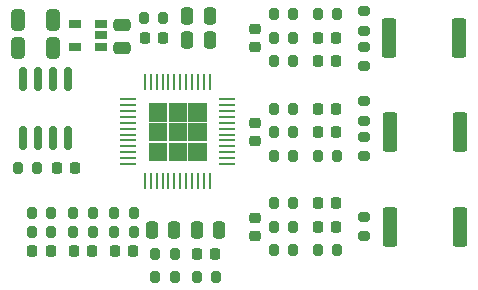
<source format=gbr>
%TF.GenerationSoftware,KiCad,Pcbnew,6.0.5+dfsg-1~bpo11+1*%
%TF.CreationDate,2022-07-20T16:37:16+00:00*%
%TF.ProjectId,xESC2,78455343-322e-46b6-9963-61645f706362,rev?*%
%TF.SameCoordinates,Original*%
%TF.FileFunction,Paste,Bot*%
%TF.FilePolarity,Positive*%
%FSLAX46Y46*%
G04 Gerber Fmt 4.6, Leading zero omitted, Abs format (unit mm)*
G04 Created by KiCad (PCBNEW 6.0.5+dfsg-1~bpo11+1) date 2022-07-20 16:37:16*
%MOMM*%
%LPD*%
G01*
G04 APERTURE LIST*
G04 Aperture macros list*
%AMRoundRect*
0 Rectangle with rounded corners*
0 $1 Rounding radius*
0 $2 $3 $4 $5 $6 $7 $8 $9 X,Y pos of 4 corners*
0 Add a 4 corners polygon primitive as box body*
4,1,4,$2,$3,$4,$5,$6,$7,$8,$9,$2,$3,0*
0 Add four circle primitives for the rounded corners*
1,1,$1+$1,$2,$3*
1,1,$1+$1,$4,$5*
1,1,$1+$1,$6,$7*
1,1,$1+$1,$8,$9*
0 Add four rect primitives between the rounded corners*
20,1,$1+$1,$2,$3,$4,$5,0*
20,1,$1+$1,$4,$5,$6,$7,0*
20,1,$1+$1,$6,$7,$8,$9,0*
20,1,$1+$1,$8,$9,$2,$3,0*%
G04 Aperture macros list end*
%ADD10C,0.100000*%
%ADD11RoundRect,0.200000X0.200000X0.275000X-0.200000X0.275000X-0.200000X-0.275000X0.200000X-0.275000X0*%
%ADD12RoundRect,0.250000X-0.250000X-0.475000X0.250000X-0.475000X0.250000X0.475000X-0.250000X0.475000X0*%
%ADD13RoundRect,0.250000X0.250000X0.475000X-0.250000X0.475000X-0.250000X-0.475000X0.250000X-0.475000X0*%
%ADD14RoundRect,0.225000X-0.225000X-0.250000X0.225000X-0.250000X0.225000X0.250000X-0.225000X0.250000X0*%
%ADD15RoundRect,0.225000X0.225000X0.250000X-0.225000X0.250000X-0.225000X-0.250000X0.225000X-0.250000X0*%
%ADD16RoundRect,0.250000X0.475000X-0.250000X0.475000X0.250000X-0.475000X0.250000X-0.475000X-0.250000X0*%
%ADD17RoundRect,0.249999X0.362501X1.425001X-0.362501X1.425001X-0.362501X-1.425001X0.362501X-1.425001X0*%
%ADD18RoundRect,0.200000X-0.200000X-0.275000X0.200000X-0.275000X0.200000X0.275000X-0.200000X0.275000X0*%
%ADD19RoundRect,0.200000X-0.275000X0.200000X-0.275000X-0.200000X0.275000X-0.200000X0.275000X0.200000X0*%
%ADD20RoundRect,0.249999X0.325001X0.650001X-0.325001X0.650001X-0.325001X-0.650001X0.325001X-0.650001X0*%
%ADD21RoundRect,0.225000X-0.250000X0.225000X-0.250000X-0.225000X0.250000X-0.225000X0.250000X0.225000X0*%
%ADD22RoundRect,0.225000X0.250000X-0.225000X0.250000X0.225000X-0.250000X0.225000X-0.250000X-0.225000X0*%
%ADD23R,0.279400X1.340599*%
%ADD24R,1.340599X0.279400*%
%ADD25RoundRect,0.200000X0.275000X-0.200000X0.275000X0.200000X-0.275000X0.200000X-0.275000X-0.200000X0*%
%ADD26R,1.060000X0.650000*%
%ADD27RoundRect,0.150000X0.150000X-0.825000X0.150000X0.825000X-0.150000X0.825000X-0.150000X-0.825000X0*%
G04 APERTURE END LIST*
%TO.C,U1*%
G36*
X247933967Y-120751900D02*
G01*
X246466033Y-120751900D01*
X246466033Y-119283966D01*
X247933967Y-119283966D01*
X247933967Y-120751900D01*
G37*
D10*
X247933967Y-120751900D02*
X246466033Y-120751900D01*
X246466033Y-119283966D01*
X247933967Y-119283966D01*
X247933967Y-120751900D01*
G36*
X247933967Y-117416034D02*
G01*
X246466033Y-117416034D01*
X246466033Y-115948100D01*
X247933967Y-115948100D01*
X247933967Y-117416034D01*
G37*
X247933967Y-117416034D02*
X246466033Y-117416034D01*
X246466033Y-115948100D01*
X247933967Y-115948100D01*
X247933967Y-117416034D01*
G36*
X249601900Y-119083967D02*
G01*
X248133966Y-119083967D01*
X248133966Y-117616033D01*
X249601900Y-117616033D01*
X249601900Y-119083967D01*
G37*
X249601900Y-119083967D02*
X248133966Y-119083967D01*
X248133966Y-117616033D01*
X249601900Y-117616033D01*
X249601900Y-119083967D01*
G36*
X249601900Y-117416034D02*
G01*
X248133966Y-117416034D01*
X248133966Y-115948100D01*
X249601900Y-115948100D01*
X249601900Y-117416034D01*
G37*
X249601900Y-117416034D02*
X248133966Y-117416034D01*
X248133966Y-115948100D01*
X249601900Y-115948100D01*
X249601900Y-117416034D01*
G36*
X247933967Y-119083967D02*
G01*
X246466033Y-119083967D01*
X246466033Y-117616033D01*
X247933967Y-117616033D01*
X247933967Y-119083967D01*
G37*
X247933967Y-119083967D02*
X246466033Y-119083967D01*
X246466033Y-117616033D01*
X247933967Y-117616033D01*
X247933967Y-119083967D01*
G36*
X246266034Y-120751900D02*
G01*
X244798100Y-120751900D01*
X244798100Y-119283966D01*
X246266034Y-119283966D01*
X246266034Y-120751900D01*
G37*
X246266034Y-120751900D02*
X244798100Y-120751900D01*
X244798100Y-119283966D01*
X246266034Y-119283966D01*
X246266034Y-120751900D01*
G36*
X246266034Y-119083967D02*
G01*
X244798100Y-119083967D01*
X244798100Y-117616033D01*
X246266034Y-117616033D01*
X246266034Y-119083967D01*
G37*
X246266034Y-119083967D02*
X244798100Y-119083967D01*
X244798100Y-117616033D01*
X246266034Y-117616033D01*
X246266034Y-119083967D01*
G36*
X249601900Y-120751900D02*
G01*
X248133966Y-120751900D01*
X248133966Y-119283966D01*
X249601900Y-119283966D01*
X249601900Y-120751900D01*
G37*
X249601900Y-120751900D02*
X248133966Y-120751900D01*
X248133966Y-119283966D01*
X249601900Y-119283966D01*
X249601900Y-120751900D01*
G36*
X246266034Y-117416034D02*
G01*
X244798100Y-117416034D01*
X244798100Y-115948100D01*
X246266034Y-115948100D01*
X246266034Y-117416034D01*
G37*
X246266034Y-117416034D02*
X244798100Y-117416034D01*
X244798100Y-115948100D01*
X246266034Y-115948100D01*
X246266034Y-117416034D01*
%TD*%
D11*
%TO.C,R4*%
X257025000Y-124400000D03*
X255375000Y-124400000D03*
%TD*%
D12*
%TO.C,C4*%
X245050000Y-126700000D03*
X246950000Y-126700000D03*
%TD*%
D13*
%TO.C,C5*%
X250750000Y-126700000D03*
X248850000Y-126700000D03*
%TD*%
D14*
%TO.C,C6*%
X248875000Y-128700000D03*
X250425000Y-128700000D03*
%TD*%
D15*
%TO.C,C15*%
X243475000Y-128450000D03*
X241925000Y-128450000D03*
%TD*%
D14*
%TO.C,C11*%
X244425000Y-110450000D03*
X245975000Y-110450000D03*
%TD*%
D16*
%TO.C,C13*%
X242500000Y-111250000D03*
X242500000Y-109350000D03*
%TD*%
D14*
%TO.C,C25*%
X259125000Y-116400000D03*
X260675000Y-116400000D03*
%TD*%
%TO.C,C26*%
X259125000Y-112400000D03*
X260675000Y-112400000D03*
%TD*%
D11*
%TO.C,R5*%
X257025000Y-118400000D03*
X255375000Y-118400000D03*
%TD*%
%TO.C,R6*%
X257025000Y-120400000D03*
X255375000Y-120400000D03*
%TD*%
D15*
%TO.C,C27*%
X239975000Y-128450000D03*
X238425000Y-128450000D03*
%TD*%
D17*
%TO.C,R7*%
X271100000Y-118400000D03*
X265175000Y-118400000D03*
%TD*%
D15*
%TO.C,C28*%
X236475000Y-128450000D03*
X234925000Y-128450000D03*
%TD*%
D11*
%TO.C,R8*%
X257025000Y-116400000D03*
X255375000Y-116400000D03*
%TD*%
%TO.C,R9*%
X257025000Y-110400000D03*
X255375000Y-110400000D03*
%TD*%
%TO.C,R10*%
X257025000Y-108400000D03*
X255375000Y-108400000D03*
%TD*%
D17*
%TO.C,R11*%
X271062500Y-110400000D03*
X265137500Y-110400000D03*
%TD*%
D18*
%TO.C,R13*%
X245325000Y-128700000D03*
X246975000Y-128700000D03*
%TD*%
%TO.C,R14*%
X248825000Y-130700000D03*
X250475000Y-130700000D03*
%TD*%
%TO.C,R15*%
X245325000Y-130700000D03*
X246975000Y-130700000D03*
%TD*%
%TO.C,R17*%
X241875000Y-125250000D03*
X243525000Y-125250000D03*
%TD*%
D11*
%TO.C,R18*%
X243525000Y-126850000D03*
X241875000Y-126850000D03*
%TD*%
D18*
%TO.C,R19*%
X238375000Y-125250000D03*
X240025000Y-125250000D03*
%TD*%
D11*
%TO.C,R20*%
X240025000Y-126850000D03*
X238375000Y-126850000D03*
%TD*%
D18*
%TO.C,R21*%
X234875000Y-125250000D03*
X236525000Y-125250000D03*
%TD*%
D11*
%TO.C,R22*%
X236525000Y-126850000D03*
X234875000Y-126850000D03*
%TD*%
D18*
%TO.C,R29*%
X244375000Y-108700000D03*
X246025000Y-108700000D03*
%TD*%
D11*
%TO.C,R2*%
X257025000Y-128400000D03*
X255375000Y-128400000D03*
%TD*%
D17*
%TO.C,R3*%
X271100000Y-126400000D03*
X265175000Y-126400000D03*
%TD*%
D13*
%TO.C,C12*%
X249950000Y-110600000D03*
X248050000Y-110600000D03*
%TD*%
D12*
%TO.C,C14*%
X248050000Y-108600000D03*
X249950000Y-108600000D03*
%TD*%
D15*
%TO.C,C29*%
X260675000Y-126400000D03*
X259125000Y-126400000D03*
%TD*%
%TO.C,C30*%
X260675000Y-118400000D03*
X259125000Y-118400000D03*
%TD*%
D19*
%TO.C,R25*%
X263000000Y-118775000D03*
X263000000Y-120425000D03*
%TD*%
D15*
%TO.C,C31*%
X260675000Y-110400000D03*
X259125000Y-110400000D03*
%TD*%
D11*
%TO.C,R24*%
X260725000Y-128400000D03*
X259075000Y-128400000D03*
%TD*%
%TO.C,R28*%
X260725000Y-108400000D03*
X259075000Y-108400000D03*
%TD*%
D19*
%TO.C,R23*%
X263000000Y-125575000D03*
X263000000Y-127225000D03*
%TD*%
D11*
%TO.C,R26*%
X260725000Y-120400000D03*
X259075000Y-120400000D03*
%TD*%
D20*
%TO.C,C21*%
X236675000Y-108900000D03*
X233725000Y-108900000D03*
%TD*%
%TO.C,C20*%
X236675000Y-111300000D03*
X233725000Y-111300000D03*
%TD*%
D21*
%TO.C,C9*%
X253800000Y-117625000D03*
X253800000Y-119175000D03*
%TD*%
%TO.C,C8*%
X253800000Y-125625000D03*
X253800000Y-127175000D03*
%TD*%
D22*
%TO.C,C10*%
X253800000Y-111175000D03*
X253800000Y-109625000D03*
%TD*%
D23*
%TO.C,U1*%
X249950000Y-122525501D03*
X249450001Y-122525501D03*
X248949999Y-122525501D03*
X248450000Y-122525501D03*
X247950001Y-122525501D03*
X247450000Y-122525501D03*
X246950000Y-122525501D03*
X246449999Y-122525501D03*
X245950000Y-122525501D03*
X245450001Y-122525501D03*
X244949999Y-122525501D03*
X244450000Y-122525501D03*
D24*
X243024499Y-121100000D03*
X243024499Y-120600001D03*
X243024499Y-120099999D03*
X243024499Y-119600000D03*
X243024499Y-119100001D03*
X243024499Y-118600000D03*
X243024499Y-118100000D03*
X243024499Y-117599999D03*
X243024499Y-117100000D03*
X243024499Y-116600001D03*
X243024499Y-116099999D03*
X243024499Y-115600000D03*
D23*
X244450000Y-114174499D03*
X244949999Y-114174499D03*
X245450001Y-114174499D03*
X245950000Y-114174499D03*
X246449999Y-114174499D03*
X246950000Y-114174499D03*
X247450000Y-114174499D03*
X247950001Y-114174499D03*
X248450000Y-114174499D03*
X248949999Y-114174499D03*
X249450001Y-114174499D03*
X249950000Y-114174499D03*
D24*
X251375501Y-115600000D03*
X251375501Y-116099999D03*
X251375501Y-116600001D03*
X251375501Y-117100000D03*
X251375501Y-117599999D03*
X251375501Y-118100000D03*
X251375501Y-118600000D03*
X251375501Y-119100001D03*
X251375501Y-119600000D03*
X251375501Y-120099999D03*
X251375501Y-120600001D03*
X251375501Y-121100000D03*
%TD*%
D11*
%TO.C,R1*%
X257025000Y-126400000D03*
X255375000Y-126400000D03*
%TD*%
D25*
%TO.C,R27*%
X263000000Y-109825000D03*
X263000000Y-108175000D03*
%TD*%
D11*
%TO.C,R12*%
X257025000Y-112400000D03*
X255375000Y-112400000D03*
%TD*%
D14*
%TO.C,C24*%
X259125000Y-124400000D03*
X260675000Y-124400000D03*
%TD*%
D15*
%TO.C,C7*%
X238575000Y-121400000D03*
X237025000Y-121400000D03*
%TD*%
D26*
%TO.C,U2*%
X240700000Y-109250000D03*
X240700000Y-110200000D03*
X240700000Y-111150000D03*
X238500000Y-111150000D03*
X238500000Y-109250000D03*
%TD*%
D27*
%TO.C,U5*%
X237905000Y-118875000D03*
X236635000Y-118875000D03*
X235365000Y-118875000D03*
X234095000Y-118875000D03*
X234095000Y-113925000D03*
X235365000Y-113925000D03*
X236635000Y-113925000D03*
X237905000Y-113925000D03*
%TD*%
D25*
%TO.C,R41*%
X263000000Y-112825000D03*
X263000000Y-111175000D03*
%TD*%
%TO.C,TH1*%
X263000000Y-117425000D03*
X263000000Y-115775000D03*
%TD*%
D11*
%TO.C,R36*%
X235325000Y-121400000D03*
X233675000Y-121400000D03*
%TD*%
M02*

</source>
